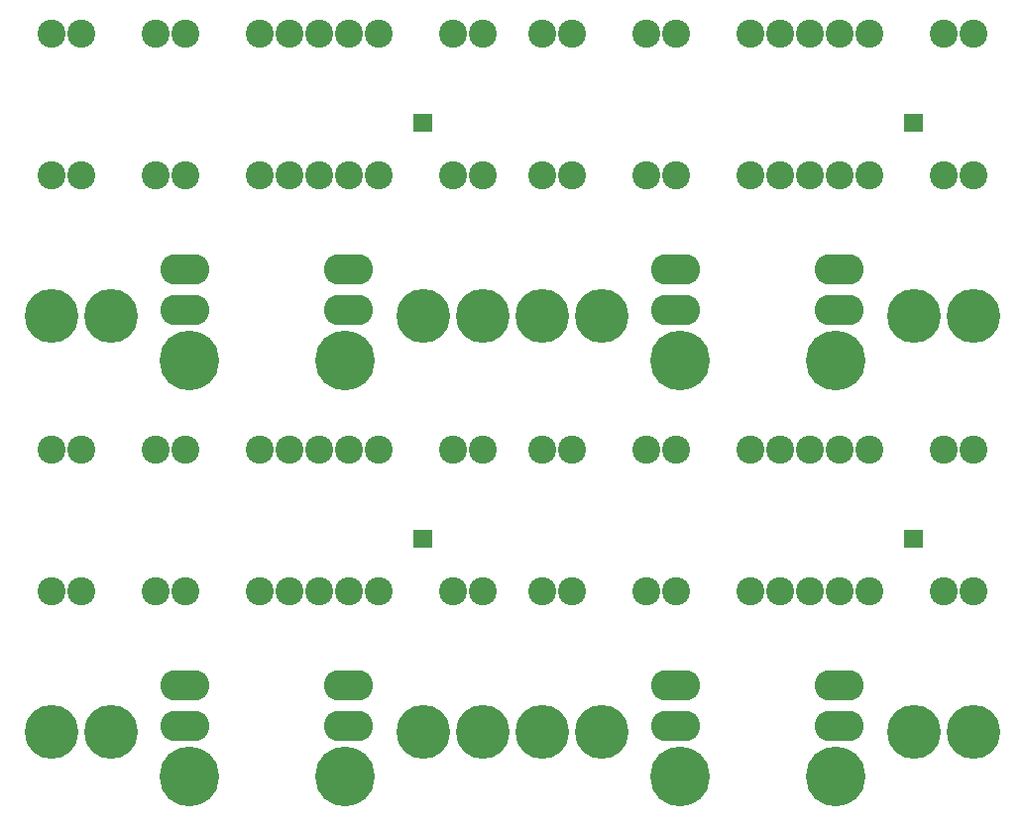
<source format=gbr>
%FSLAX34Y34*%
%MOMM*%
%LNSOLDERMASK_BOTTOM*%
G71*
G01*
%ADD10C, 2.40*%
%ADD11C, 5.10*%
%ADD12C, 2.60*%
%ADD13C, 4.60*%
%LPD*%
X209550Y946150D02*
G54D10*
D03*
X234950Y946150D02*
G54D10*
D03*
X260350Y946150D02*
G54D10*
D03*
X285750Y946150D02*
G54D10*
D03*
X311150Y946150D02*
G54D10*
D03*
X31750Y946150D02*
G54D10*
D03*
X57150Y946150D02*
G54D10*
D03*
X120650Y946150D02*
G54D10*
D03*
X146050Y946150D02*
G54D10*
D03*
X374650Y946150D02*
G54D10*
D03*
X400050Y946150D02*
G54D10*
D03*
X209550Y825500D02*
G54D10*
D03*
X234950Y825500D02*
G54D10*
D03*
X260350Y825500D02*
G54D10*
D03*
X285750Y825500D02*
G54D10*
D03*
X311150Y825500D02*
G54D10*
D03*
X31750Y825500D02*
G54D10*
D03*
X57150Y825500D02*
G54D10*
D03*
X120650Y825500D02*
G54D10*
D03*
X146050Y825500D02*
G54D10*
D03*
X374650Y825500D02*
G54D10*
D03*
X400050Y825500D02*
G54D10*
D03*
X149225Y666750D02*
G54D11*
D03*
X282575Y666750D02*
G54D11*
D03*
X138112Y744538D02*
G54D12*
D03*
X139700Y744538D02*
G54D12*
D03*
X141288Y744538D02*
G54D12*
D03*
X142875Y744538D02*
G54D12*
D03*
X144462Y744538D02*
G54D12*
D03*
X146050Y744538D02*
G54D12*
D03*
X147638Y744538D02*
G54D12*
D03*
X149225Y744538D02*
G54D12*
D03*
X150812Y744538D02*
G54D12*
D03*
X152400Y744538D02*
G54D12*
D03*
X153988Y744538D02*
G54D12*
D03*
X138112Y709612D02*
G54D12*
D03*
X139700Y709612D02*
G54D12*
D03*
X141288Y709612D02*
G54D12*
D03*
X142875Y709612D02*
G54D12*
D03*
X144462Y709612D02*
G54D12*
D03*
X146050Y709612D02*
G54D12*
D03*
X147638Y709612D02*
G54D12*
D03*
X149225Y709612D02*
G54D12*
D03*
X150812Y709612D02*
G54D12*
D03*
X152400Y709612D02*
G54D12*
D03*
X153988Y709612D02*
G54D12*
D03*
X277812Y744538D02*
G54D12*
D03*
X279400Y744538D02*
G54D12*
D03*
X280988Y744538D02*
G54D12*
D03*
X282575Y744538D02*
G54D12*
D03*
X284162Y744538D02*
G54D12*
D03*
X285750Y744538D02*
G54D12*
D03*
X287338Y744538D02*
G54D12*
D03*
X288925Y744538D02*
G54D12*
D03*
X290512Y744538D02*
G54D12*
D03*
X292100Y744538D02*
G54D12*
D03*
X293688Y744538D02*
G54D12*
D03*
X279400Y709612D02*
G54D12*
D03*
X277812Y709612D02*
G54D12*
D03*
X280988Y709612D02*
G54D12*
D03*
X282575Y709612D02*
G54D12*
D03*
X284162Y709612D02*
G54D12*
D03*
X285750Y709612D02*
G54D12*
D03*
X287338Y709612D02*
G54D12*
D03*
X288925Y709612D02*
G54D12*
D03*
X290512Y709612D02*
G54D12*
D03*
X292100Y709612D02*
G54D12*
D03*
X293688Y709612D02*
G54D12*
D03*
X349250Y704850D02*
G54D13*
D03*
X400050Y704850D02*
G54D13*
D03*
X31750Y704850D02*
G54D13*
D03*
X82550Y704850D02*
G54D13*
D03*
G36*
X341250Y877950D02*
X357250Y877950D01*
X357250Y861950D01*
X341250Y861950D01*
X341250Y877950D01*
G37*
X628650Y946150D02*
G54D10*
D03*
X654050Y946150D02*
G54D10*
D03*
X679450Y946150D02*
G54D10*
D03*
X704850Y946150D02*
G54D10*
D03*
X730250Y946150D02*
G54D10*
D03*
X450850Y946150D02*
G54D10*
D03*
X476250Y946150D02*
G54D10*
D03*
X539750Y946150D02*
G54D10*
D03*
X565150Y946150D02*
G54D10*
D03*
X793750Y946150D02*
G54D10*
D03*
X819150Y946150D02*
G54D10*
D03*
X628650Y825500D02*
G54D10*
D03*
X654050Y825500D02*
G54D10*
D03*
X679450Y825500D02*
G54D10*
D03*
X704850Y825500D02*
G54D10*
D03*
X730250Y825500D02*
G54D10*
D03*
X450850Y825500D02*
G54D10*
D03*
X476250Y825500D02*
G54D10*
D03*
X539750Y825500D02*
G54D10*
D03*
X565150Y825500D02*
G54D10*
D03*
X793750Y825500D02*
G54D10*
D03*
X819150Y825500D02*
G54D10*
D03*
X568325Y666750D02*
G54D11*
D03*
X701675Y666750D02*
G54D11*
D03*
X557212Y744538D02*
G54D12*
D03*
X558800Y744538D02*
G54D12*
D03*
X560388Y744538D02*
G54D12*
D03*
X561975Y744538D02*
G54D12*
D03*
X563562Y744538D02*
G54D12*
D03*
X565150Y744538D02*
G54D12*
D03*
X566738Y744538D02*
G54D12*
D03*
X568325Y744538D02*
G54D12*
D03*
X569912Y744538D02*
G54D12*
D03*
X571500Y744538D02*
G54D12*
D03*
X573088Y744538D02*
G54D12*
D03*
X557212Y709612D02*
G54D12*
D03*
X558800Y709612D02*
G54D12*
D03*
X560388Y709612D02*
G54D12*
D03*
X561975Y709612D02*
G54D12*
D03*
X563562Y709612D02*
G54D12*
D03*
X565150Y709612D02*
G54D12*
D03*
X566738Y709612D02*
G54D12*
D03*
X568325Y709612D02*
G54D12*
D03*
X569912Y709612D02*
G54D12*
D03*
X571500Y709612D02*
G54D12*
D03*
X573088Y709612D02*
G54D12*
D03*
X696912Y744538D02*
G54D12*
D03*
X698500Y744538D02*
G54D12*
D03*
X700088Y744538D02*
G54D12*
D03*
X701675Y744538D02*
G54D12*
D03*
X703262Y744538D02*
G54D12*
D03*
X704850Y744538D02*
G54D12*
D03*
X706438Y744538D02*
G54D12*
D03*
X708025Y744538D02*
G54D12*
D03*
X709612Y744538D02*
G54D12*
D03*
X711200Y744538D02*
G54D12*
D03*
X712788Y744538D02*
G54D12*
D03*
X698500Y709612D02*
G54D12*
D03*
X696912Y709612D02*
G54D12*
D03*
X700088Y709612D02*
G54D12*
D03*
X701675Y709612D02*
G54D12*
D03*
X703262Y709612D02*
G54D12*
D03*
X704850Y709612D02*
G54D12*
D03*
X706438Y709612D02*
G54D12*
D03*
X708025Y709612D02*
G54D12*
D03*
X709612Y709612D02*
G54D12*
D03*
X711200Y709612D02*
G54D12*
D03*
X712788Y709612D02*
G54D12*
D03*
X768350Y704850D02*
G54D13*
D03*
X819150Y704850D02*
G54D13*
D03*
X450850Y704850D02*
G54D13*
D03*
X501650Y704850D02*
G54D13*
D03*
G36*
X760350Y877950D02*
X776350Y877950D01*
X776350Y861950D01*
X760350Y861950D01*
X760350Y877950D01*
G37*
X209550Y590550D02*
G54D10*
D03*
X234950Y590550D02*
G54D10*
D03*
X260350Y590550D02*
G54D10*
D03*
X285750Y590550D02*
G54D10*
D03*
X311150Y590550D02*
G54D10*
D03*
X31750Y590550D02*
G54D10*
D03*
X57150Y590550D02*
G54D10*
D03*
X120650Y590550D02*
G54D10*
D03*
X146050Y590550D02*
G54D10*
D03*
X374650Y590550D02*
G54D10*
D03*
X400050Y590550D02*
G54D10*
D03*
X209550Y469900D02*
G54D10*
D03*
X234950Y469900D02*
G54D10*
D03*
X260350Y469900D02*
G54D10*
D03*
X285750Y469900D02*
G54D10*
D03*
X311150Y469900D02*
G54D10*
D03*
X31750Y469900D02*
G54D10*
D03*
X57150Y469900D02*
G54D10*
D03*
X120650Y469900D02*
G54D10*
D03*
X146050Y469900D02*
G54D10*
D03*
X374650Y469900D02*
G54D10*
D03*
X400050Y469900D02*
G54D10*
D03*
X149225Y311150D02*
G54D11*
D03*
X282575Y311150D02*
G54D11*
D03*
X138112Y388938D02*
G54D12*
D03*
X139700Y388938D02*
G54D12*
D03*
X141288Y388938D02*
G54D12*
D03*
X142875Y388938D02*
G54D12*
D03*
X144462Y388938D02*
G54D12*
D03*
X146050Y388938D02*
G54D12*
D03*
X147638Y388938D02*
G54D12*
D03*
X149225Y388938D02*
G54D12*
D03*
X150812Y388938D02*
G54D12*
D03*
X152400Y388938D02*
G54D12*
D03*
X153988Y388938D02*
G54D12*
D03*
X138112Y354012D02*
G54D12*
D03*
X139700Y354012D02*
G54D12*
D03*
X141288Y354012D02*
G54D12*
D03*
X142875Y354012D02*
G54D12*
D03*
X144462Y354012D02*
G54D12*
D03*
X146050Y354012D02*
G54D12*
D03*
X147638Y354012D02*
G54D12*
D03*
X149225Y354012D02*
G54D12*
D03*
X150812Y354012D02*
G54D12*
D03*
X152400Y354012D02*
G54D12*
D03*
X153988Y354012D02*
G54D12*
D03*
X277812Y388938D02*
G54D12*
D03*
X279400Y388938D02*
G54D12*
D03*
X280988Y388938D02*
G54D12*
D03*
X282575Y388938D02*
G54D12*
D03*
X284162Y388938D02*
G54D12*
D03*
X285750Y388938D02*
G54D12*
D03*
X287338Y388938D02*
G54D12*
D03*
X288925Y388938D02*
G54D12*
D03*
X290512Y388938D02*
G54D12*
D03*
X292100Y388938D02*
G54D12*
D03*
X293688Y388938D02*
G54D12*
D03*
X279400Y354012D02*
G54D12*
D03*
X277812Y354012D02*
G54D12*
D03*
X280988Y354012D02*
G54D12*
D03*
X282575Y354012D02*
G54D12*
D03*
X284162Y354012D02*
G54D12*
D03*
X285750Y354012D02*
G54D12*
D03*
X287338Y354012D02*
G54D12*
D03*
X288925Y354012D02*
G54D12*
D03*
X290512Y354012D02*
G54D12*
D03*
X292100Y354012D02*
G54D12*
D03*
X293688Y354012D02*
G54D12*
D03*
X349250Y349250D02*
G54D13*
D03*
X400050Y349250D02*
G54D13*
D03*
X31750Y349250D02*
G54D13*
D03*
X82550Y349250D02*
G54D13*
D03*
G36*
X341250Y522350D02*
X357250Y522350D01*
X357250Y506350D01*
X341250Y506350D01*
X341250Y522350D01*
G37*
X628650Y590550D02*
G54D10*
D03*
X654050Y590550D02*
G54D10*
D03*
X679450Y590550D02*
G54D10*
D03*
X704850Y590550D02*
G54D10*
D03*
X730250Y590550D02*
G54D10*
D03*
X450850Y590550D02*
G54D10*
D03*
X476250Y590550D02*
G54D10*
D03*
X539750Y590550D02*
G54D10*
D03*
X565150Y590550D02*
G54D10*
D03*
X793750Y590550D02*
G54D10*
D03*
X819150Y590550D02*
G54D10*
D03*
X628650Y469900D02*
G54D10*
D03*
X654050Y469900D02*
G54D10*
D03*
X679450Y469900D02*
G54D10*
D03*
X704850Y469900D02*
G54D10*
D03*
X730250Y469900D02*
G54D10*
D03*
X450850Y469900D02*
G54D10*
D03*
X476250Y469900D02*
G54D10*
D03*
X539750Y469900D02*
G54D10*
D03*
X565150Y469900D02*
G54D10*
D03*
X793750Y469900D02*
G54D10*
D03*
X819150Y469900D02*
G54D10*
D03*
X568325Y311150D02*
G54D11*
D03*
X701675Y311150D02*
G54D11*
D03*
X557212Y388938D02*
G54D12*
D03*
X558800Y388938D02*
G54D12*
D03*
X560388Y388938D02*
G54D12*
D03*
X561975Y388938D02*
G54D12*
D03*
X563562Y388938D02*
G54D12*
D03*
X565150Y388938D02*
G54D12*
D03*
X566738Y388938D02*
G54D12*
D03*
X568325Y388938D02*
G54D12*
D03*
X569912Y388938D02*
G54D12*
D03*
X571500Y388938D02*
G54D12*
D03*
X573088Y388938D02*
G54D12*
D03*
X557212Y354012D02*
G54D12*
D03*
X558800Y354012D02*
G54D12*
D03*
X560388Y354012D02*
G54D12*
D03*
X561975Y354012D02*
G54D12*
D03*
X563562Y354012D02*
G54D12*
D03*
X565150Y354012D02*
G54D12*
D03*
X566738Y354012D02*
G54D12*
D03*
X568325Y354012D02*
G54D12*
D03*
X569912Y354012D02*
G54D12*
D03*
X571500Y354012D02*
G54D12*
D03*
X573088Y354012D02*
G54D12*
D03*
X696912Y388938D02*
G54D12*
D03*
X698500Y388938D02*
G54D12*
D03*
X700088Y388938D02*
G54D12*
D03*
X701675Y388938D02*
G54D12*
D03*
X703262Y388938D02*
G54D12*
D03*
X704850Y388938D02*
G54D12*
D03*
X706438Y388938D02*
G54D12*
D03*
X708025Y388938D02*
G54D12*
D03*
X709612Y388938D02*
G54D12*
D03*
X711200Y388938D02*
G54D12*
D03*
X712788Y388938D02*
G54D12*
D03*
X698500Y354012D02*
G54D12*
D03*
X696912Y354012D02*
G54D12*
D03*
X700088Y354012D02*
G54D12*
D03*
X701675Y354012D02*
G54D12*
D03*
X703262Y354012D02*
G54D12*
D03*
X704850Y354012D02*
G54D12*
D03*
X706438Y354012D02*
G54D12*
D03*
X708025Y354012D02*
G54D12*
D03*
X709612Y354012D02*
G54D12*
D03*
X711200Y354012D02*
G54D12*
D03*
X712788Y354012D02*
G54D12*
D03*
X768350Y349250D02*
G54D13*
D03*
X819150Y349250D02*
G54D13*
D03*
X450850Y349250D02*
G54D13*
D03*
X501650Y349250D02*
G54D13*
D03*
G36*
X760350Y522350D02*
X776350Y522350D01*
X776350Y506350D01*
X760350Y506350D01*
X760350Y522350D01*
G37*
M02*

</source>
